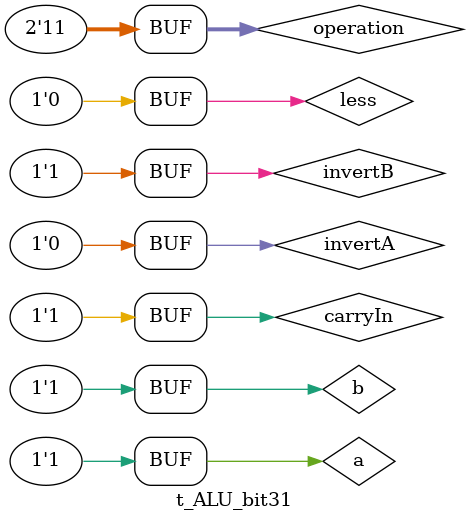
<source format=v>
`timescale 1ns/1ns
`include "../lib/ALU_bit31.v"
`include "../lib/Full_adder.v"

module t_ALU_bit31;
    
    reg a, b, invertA, invertB, carryIn, less;
    reg [1:0] operation;
    wire result, carryOut;

    ALU_bit31 m( result, carryOut, set, a, b, invertA, invertB, operation, carryIn, less); 

    initial begin
        $dumpfile("t_ALU_bit31.vcd");
        $dumpvars(0, t_ALU_bit31);

        less = 1'b0;
        operation = 2'b11;  // slt test
        invertA = 1'b0;
        invertB = 1'b1;
        carryIn = 1'b1;
        a = 1'b0;
        b = 1'b0;
        #20;

        a = 1'b0;
        b = 1'b1;
        #20;

        a = 1'b1;
        b = 1'b0;
        #20;
        
        a = 1'b1;
        b = 1'b1;
        #20;

        $display("end of test.");
    end


endmodule
</source>
